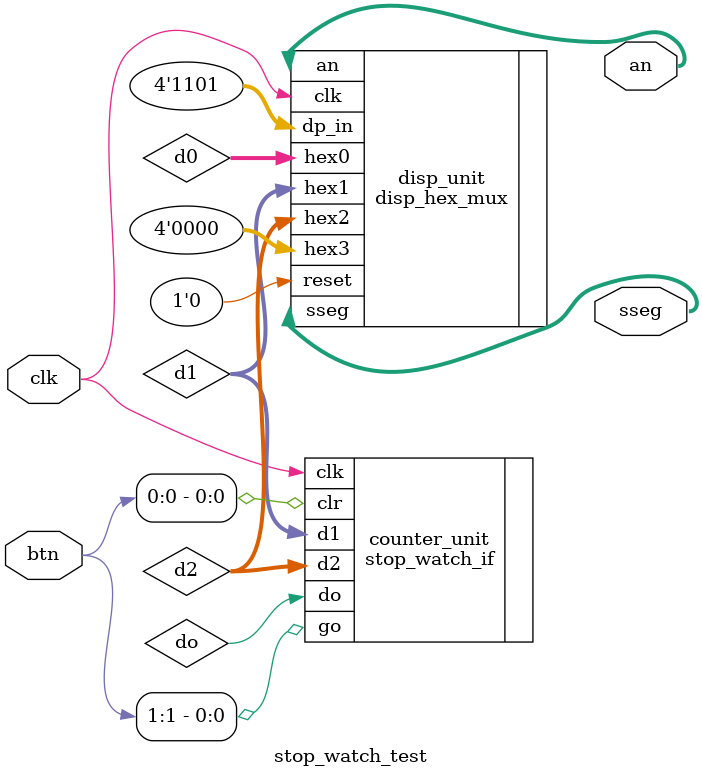
<source format=v>
`timescale 1ns / 1ps


module stop_watch_test
   (
    input wire clk, 
    input wire [1:0] btn, 
    output wire [3:0] an, 
    output wire [7:0] sseg
    );
    
    // signal declaration 
  wire [3:0] d2, d1, d0;
  
  // instantiate 7-seg LED display module 
  disp_hex_mux disp_unit 
      (.clk(clk), .reset(1'b0), .hex3(4'b0), .hex2(d2), .hex1(d1),
      .hex0(d0), .dp_in(4'b1101), .an(an), .sseg(sseg)); 
      
   // instantiate stopwatch 
   stop_watch_if counter_unit 
   (.clk(clk), .go(btn[1]), .clr(btn[0]),
    .d2(d2), .d1(d1), .do(do) ); 
    
endmodule

</source>
